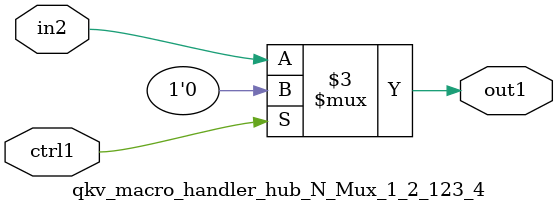
<source format=v>

`timescale 1ps / 1ps


module qkv_macro_handler_hub_N_Mux_1_2_123_4( in2, ctrl1, out1 );

    input in2;
    input ctrl1;
    output out1;
    reg out1;

    
    // rtl_process:qkv_macro_handler_hub_N_Mux_1_2_123_4/qkv_macro_handler_hub_N_Mux_1_2_123_4_thread_1
    always @*
      begin : qkv_macro_handler_hub_N_Mux_1_2_123_4_thread_1
        case (ctrl1) 
          1'b1: 
            begin
              out1 = 1'b0;
            end
          default: 
            begin
              out1 = in2;
            end
        endcase
      end

endmodule



</source>
